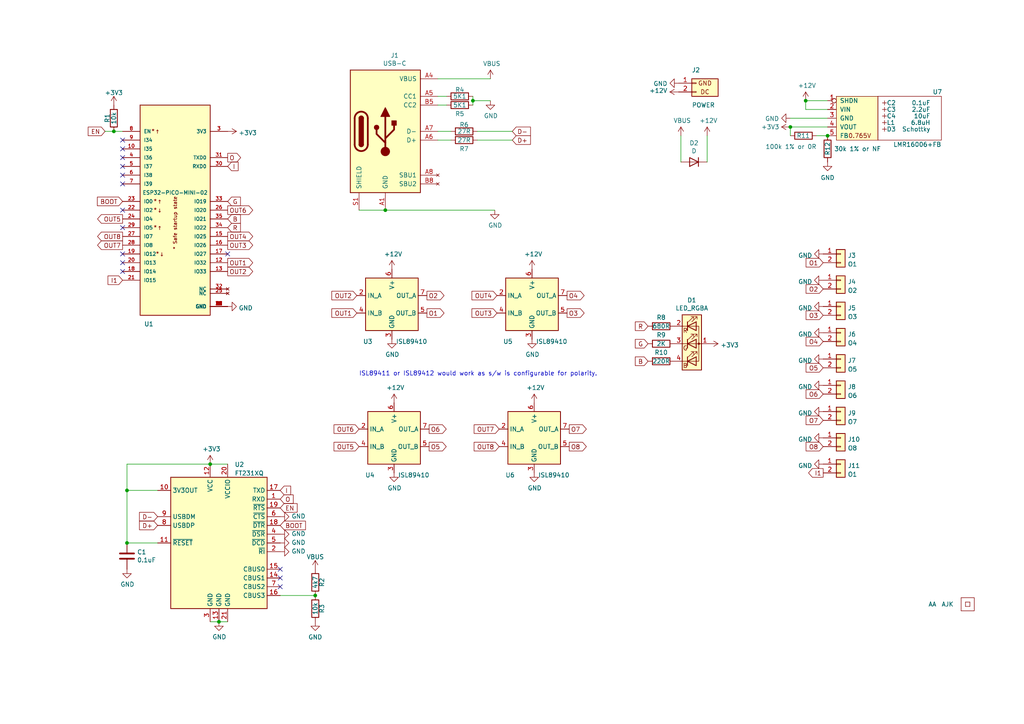
<source format=kicad_sch>
(kicad_sch (version 20211123) (generator eeschema)
  (paper "A4")
  (title_block (title "bell box control") (date "${DATE}") (rev "2") (company "Adrian Kennard Andrews & Arnold Ltd") (comment 1 "@TheRealRevK") (comment 2 "www.me.uk"))
  (lib_symbols
    (symbol "Connector_Generic:Conn_01x02" (pin_names (offset 1.016) hide)
      (property "Reference" "J" (at 0 2.54 0))
      (property "Value" "Conn_01x02" (at 0 -5.08 0))
      (symbol "Conn_01x02_1_1"
        (rectangle (start -1.27 -2.413) (end 0 -2.667) (stroke (width 0.1524)))
        (rectangle (start -1.27 0.127) (end 0 -0.127) (stroke (width 0.1524)))
        (rectangle (start -1.27 1.27) (end 1.27 -3.81) (stroke (width 0.254)) (fill (type background)))
        (pin passive line (at -5.08 0 0) (length 3.81) (name "Pin_1") (number "1"))
        (pin passive line (at -5.08 -2.54 0) (length 3.81) (name "Pin_2") (number "2"))
      )
    )
    (symbol "Device:C" (pin_numbers hide) (pin_names (offset 0.254))
      (property "Reference" "C" (at 0.635 2.54 0))
      (property "Value" "C" (at 0.635 -2.54 0))
      (symbol "C_0_1"
        (polyline (pts (xy -2.032 -0.762) (xy 2.032 -0.762)) (stroke (width 0.508)))
        (polyline (pts (xy -2.032 0.762) (xy 2.032 0.762)) (stroke (width 0.508)))
      )
      (symbol "C_1_1"
        (pin passive line (at 0 3.81 270) (length 2.794) (name "~") (number "1"))
        (pin passive line (at 0 -3.81 90) (length 2.794) (name "~") (number "2"))
      )
    )
    (symbol "Device:D" (pin_numbers hide) (pin_names (offset 1.016) hide)
      (property "Reference" "D" (at 0 2.54 0))
      (property "Value" "D" (at 0 -2.54 0))
      (symbol "D_0_1"
        (polyline (pts (xy -1.27 1.27) (xy -1.27 -1.27)) (stroke (width 0.254)))
        (polyline (pts (xy 1.27 0) (xy -1.27 0)))
        (polyline (pts (xy 1.27 1.27) (xy 1.27 -1.27) (xy -1.27 0) (xy 1.27 1.27)) (stroke (width 0.254)))
      )
      (symbol "D_1_1"
        (pin passive line (at -3.81 0 0) (length 2.54) (name "K") (number "1"))
        (pin passive line (at 3.81 0 180) (length 2.54) (name "A") (number "2"))
      )
    )
    (symbol "Device:LED_ARGB" (pin_names (offset 0) hide)
      (property "Reference" "D" (at 0 9.398 0))
      (property "Value" "LED_ARGB" (at 0 -8.89 0))
      (symbol "LED_ARGB_0_0"
        (text "B" (at -1.905 -6.35 0) (effects (font (size 1.27 1.27))))
        (text "G" (at -1.905 -1.27 0) (effects (font (size 1.27 1.27))))
        (text "R" (at -1.905 3.81 0) (effects (font (size 1.27 1.27))))
      )
      (symbol "LED_ARGB_0_1"
        (polyline (pts (xy -1.27 -5.08) (xy -2.54 -5.08)))
        (polyline (pts (xy -1.27 -5.08) (xy 1.27 -5.08)))
        (polyline (pts (xy -1.27 -3.81) (xy -1.27 -6.35)) (stroke (width 0.254)))
        (polyline (pts (xy -1.27 0) (xy -2.54 0)))
        (polyline (pts (xy -1.27 1.27) (xy -1.27 -1.27)) (stroke (width 0.254)))
        (polyline (pts (xy -1.27 5.08) (xy -2.54 5.08)))
        (polyline (pts (xy -1.27 5.08) (xy 1.27 5.08)))
        (polyline (pts (xy -1.27 6.35) (xy -1.27 3.81)) (stroke (width 0.254)))
        (polyline (pts (xy 1.27 0) (xy -1.27 0)))
        (polyline (pts (xy 1.27 0) (xy 2.54 0)))
        (polyline (pts (xy -1.27 1.27) (xy -1.27 -1.27) (xy -1.27 -1.27)))
        (polyline (pts (xy -1.27 6.35) (xy -1.27 3.81) (xy -1.27 3.81)))
        (polyline (pts (xy 1.27 -5.08) (xy 2.032 -5.08) (xy 2.032 5.08) (xy 1.27 5.08)))
        (polyline (pts (xy 1.27 -3.81) (xy 1.27 -6.35) (xy -1.27 -5.08) (xy 1.27 -3.81)) (stroke (width 0.254)))
        (polyline (pts (xy 1.27 1.27) (xy 1.27 -1.27) (xy -1.27 0) (xy 1.27 1.27)) (stroke (width 0.254)))
        (polyline (pts (xy 1.27 6.35) (xy 1.27 3.81) (xy -1.27 5.08) (xy 1.27 6.35)) (stroke (width 0.254)))
        (polyline (pts (xy -1.016 -3.81) (xy 0.508 -2.286) (xy -0.254 -2.286) (xy 0.508 -2.286) (xy 0.508 -3.048)))
        (polyline (pts (xy -1.016 1.27) (xy 0.508 2.794) (xy -0.254 2.794) (xy 0.508 2.794) (xy 0.508 2.032)))
        (polyline (pts (xy -1.016 6.35) (xy 0.508 7.874) (xy -0.254 7.874) (xy 0.508 7.874) (xy 0.508 7.112)))
        (polyline (pts (xy 0 -3.81) (xy 1.524 -2.286) (xy 0.762 -2.286) (xy 1.524 -2.286) (xy 1.524 -3.048)))
        (polyline (pts (xy 0 1.27) (xy 1.524 2.794) (xy 0.762 2.794) (xy 1.524 2.794) (xy 1.524 2.032)))
        (polyline (pts (xy 0 6.35) (xy 1.524 7.874) (xy 0.762 7.874) (xy 1.524 7.874) (xy 1.524 7.112)))
        (rectangle (start 1.27 -1.27) (end 1.27 1.27))
        (rectangle (start 1.27 1.27) (end 1.27 1.27))
        (rectangle (start 1.27 3.81) (end 1.27 6.35))
        (rectangle (start 1.27 6.35) (end 1.27 6.35))
        (circle (center 2.032 0) (radius 0.254) (fill (type outline)))
        (rectangle (start 2.794 8.382) (end -2.794 -7.62) (stroke (width 0.254)) (fill (type background)))
      )
      (symbol "LED_ARGB_1_1"
        (pin passive line (at 5.08 0 180) (length 2.54) (name "A") (number "1"))
        (pin passive line (at -5.08 5.08 0) (length 2.54) (name "RK") (number "2"))
        (pin passive line (at -5.08 0 0) (length 2.54) (name "GK") (number "3"))
        (pin passive line (at -5.08 -5.08 0) (length 2.54) (name "BK") (number "4"))
      )
    )
    (symbol "Device:R" (pin_numbers hide) (pin_names (offset 0))
      (property "Reference" "R" (at 2.032 0 90))
      (property "Value" "R" (at 0 0 90))
      (symbol "R_0_1"
        (rectangle (start -1.016 -2.54) (end 1.016 2.54) (stroke (width 0.254)))
      )
      (symbol "R_1_1"
        (pin passive line (at 0 3.81 270) (length 1.27) (name "~") (number "1"))
        (pin passive line (at 0 -3.81 90) (length 1.27) (name "~") (number "2"))
      )
    )
    (symbol "Driver_FET:EL7202CN"
      (property "Reference" "U" (at -7.62 8.89 0))
      (property "Value" "EL7202CN" (at 1.27 8.89 0))
      (symbol "EL7202CN_0_1"
        (rectangle (start -7.62 -7.62) (end 7.62 7.62) (stroke (width 0.254)) (fill (type background)))
      )
      (symbol "EL7202CN_1_1"
        (pin no_connect line (at -7.62 0 0) (length 2.54) hide (name "NC") (number "1"))
        (pin input line (at -10.16 2.54 0) (length 2.54) (name "IN_A") (number "2"))
        (pin power_in line (at 0 -10.16 90) (length 2.54) (name "GND") (number "3"))
        (pin input line (at -10.16 -2.54 0) (length 2.54) (name "IN_B") (number "4"))
        (pin output line (at 10.16 -2.54 180) (length 2.54) (name "OUT_B") (number "5"))
        (pin power_in line (at 0 10.16 270) (length 2.54) (name "V+") (number "6"))
        (pin output line (at 10.16 2.54 180) (length 2.54) (name "OUT_A") (number "7"))
        (pin no_connect line (at 7.62 0 180) (length 2.54) hide (name "NC") (number "8"))
      )
    )
    (symbol "RevK:AA" (pin_names (offset 1.016)) (in_bom no)
      (property "Value" "AA" (at 0 0 0))
    )
    (symbol "RevK:AJK" (pin_names (offset 1.016)) (in_bom no)
      (property "Value" "AJK" (at 0 0 0))
    )
    (symbol "RevK:ESP32-PICO-MINI-02" (pin_names (offset 1.016))
      (property "Reference" "U" (at -10.16 -33.02 0))
      (property "Value" "ESP32-PICO-MINI-02" (at 0 27.94 0))
      (symbol "ESP32-PICO-MINI-02_0_0"
        (rectangle (start -10.16 -30.48) (end 10.16 30.48) (stroke (width 0.254)) (fill (type background)))
        (text "* Safe startup state" (at 0 -11.43 900) (effects (font (size 1 1)) (justify left)))
        (text "*↑" (at -6.985 22.86 0) (effects (font (size 1.27 1.27)) (justify left)))
        (text "*↑" (at -6.35 -5.08 0) (effects (font (size 1.27 1.27)) (justify left)))
        (text "*↑" (at -6.35 2.54 0) (effects (font (size 1.27 1.27)) (justify left)))
        (text "*↓" (at -6.35 0 0) (effects (font (size 1.27 1.27)) (justify left)))
        (text "*↓" (at -5.715 -12.7 0) (effects (font (size 1.27 1.27)) (justify left)))
        (pin power_in line (at 15.24 -27.94 180) (length 5.08) (name "GND") (number "1"))
        (pin input line (at -15.24 17.78 0) (length 5.08) (name "I35") (number "10"))
        (pin power_in line (at 15.24 -27.94 180) (length 5.08) (name "GND") (number "11"))
        (pin bidirectional line (at 15.24 -15.24 180) (length 5.08) (name "IO32") (number "12"))
        (pin bidirectional line (at 15.24 -17.78 180) (length 5.08) (name "IO33") (number "13"))
        (pin power_in line (at 15.24 -27.94 180) (length 5.08) (name "GND") (number "14"))
        (pin bidirectional line (at 15.24 -7.62 180) (length 5.08) (name "IO25") (number "15"))
        (pin bidirectional line (at 15.24 -10.16 180) (length 5.08) (name "IO26") (number "16"))
        (pin bidirectional line (at 15.24 -12.7 180) (length 5.08) (name "IO27") (number "17"))
        (pin bidirectional line (at -15.24 -17.78 0) (length 5.08) (name "IO14") (number "18"))
        (pin bidirectional line (at -15.24 -12.7 0) (length 5.08) (name "IO12") (number "19"))
        (pin power_in line (at 15.24 -27.94 180) (length 5.08) (name "GND") (number "2"))
        (pin bidirectional line (at -15.24 -15.24 0) (length 5.08) (name "IO13") (number "20"))
        (pin bidirectional line (at -15.24 -20.32 0) (length 5.08) (name "IO15") (number "21"))
        (pin bidirectional line (at -15.24 0 0) (length 5.08) (name "IO2") (number "22"))
        (pin bidirectional line (at -15.24 2.54 0) (length 5.08) (name "IO0") (number "23"))
        (pin bidirectional line (at -15.24 -2.54 0) (length 5.08) (name "IO4") (number "24"))
        (pin no_connect line (at 15.24 -24.13 180) (length 5.08) (name "NC") (number "25"))
        (pin bidirectional line (at 15.24 0 180) (length 5.08) (name "IO20") (number "26"))
        (pin bidirectional line (at -15.24 -7.62 0) (length 5.08) (name "IO7") (number "27"))
        (pin bidirectional line (at -15.24 -10.16 0) (length 5.08) (name "IO8") (number "28"))
        (pin bidirectional line (at -15.24 -5.08 0) (length 5.08) (name "IO5") (number "29"))
        (pin power_in line (at 15.24 22.86 180) (length 5.08) (name "3V3") (number "3"))
        (pin bidirectional line (at 15.24 12.7 180) (length 5.08) (name "RXD0") (number "30"))
        (pin bidirectional line (at 15.24 15.24 180) (length 5.08) (name "TXD0") (number "31"))
        (pin no_connect line (at 15.24 -22.86 180) (length 5.08) (name "NC") (number "32"))
        (pin bidirectional line (at 15.24 2.54 180) (length 5.08) (name "IO19") (number "33"))
        (pin bidirectional line (at 15.24 -5.08 180) (length 5.08) (name "IO22") (number "34"))
        (pin bidirectional line (at 15.24 -2.54 180) (length 5.08) (name "IO21") (number "35"))
        (pin power_in line (at 15.24 -27.94 180) (length 5.08) (name "GND") (number "36"))
        (pin power_in line (at 15.24 -27.94 180) (length 5.08) (name "GND") (number "37"))
        (pin power_in line (at 15.24 -27.94 180) (length 5.08) (name "GND") (number "38"))
        (pin power_in line (at 15.24 -27.94 180) (length 5.08) (name "GND") (number "39"))
        (pin input line (at -15.24 15.24 0) (length 5.08) (name "I36") (number "4"))
        (pin power_in line (at 15.24 -27.94 180) (length 5.08) (name "GND") (number "40"))
        (pin power_in line (at 15.24 -27.94 180) (length 5.08) (name "GND") (number "41"))
        (pin power_in line (at 15.24 -27.94 180) (length 5.08) (name "GND") (number "42"))
        (pin power_in line (at 15.24 -27.94 180) (length 5.08) (name "GND") (number "43"))
        (pin power_in line (at 15.24 -27.94 180) (length 5.08) (name "GND") (number "44"))
        (pin power_in line (at 15.24 -27.94 180) (length 5.08) (name "GND") (number "45"))
        (pin power_in line (at 15.24 -27.94 180) (length 5.08) (name "GND") (number "46"))
        (pin power_in line (at 15.24 -27.94 180) (length 5.08) (name "GND") (number "47"))
        (pin power_in line (at 15.24 -27.94 180) (length 5.08) (name "GND") (number "48"))
        (pin power_in line (at 15.24 -27.94 180) (length 5.08) (name "GND") (number "49"))
        (pin input line (at -15.24 12.7 0) (length 5.08) (name "I37") (number "5"))
        (pin power_in line (at 15.24 -27.94 180) (length 5.08) (name "GND") (number "50"))
        (pin power_in line (at 15.24 -27.94 180) (length 5.08) (name "GND") (number "51"))
        (pin power_in line (at 15.24 -27.94 180) (length 5.08) (name "GND") (number "52"))
        (pin power_in line (at 15.24 -27.94 180) (length 5.08) (name "GND") (number "53"))
        (pin input line (at -15.24 10.16 0) (length 5.08) (name "I38") (number "6"))
        (pin input line (at -15.24 7.62 0) (length 5.08) (name "I39") (number "7"))
        (pin input line (at -15.24 22.86 0) (length 5.08) (name "EN") (number "8"))
        (pin input line (at -15.24 20.32 0) (length 5.08) (name "I34") (number "9"))
      )
    )
    (symbol "RevK:FT231XQ"
      (property "Reference" "U" (at -13.97 20.32 0))
      (property "Value" "FT231XQ" (at 6.35 20.32 0))
      (symbol "FT231XQ_0_1"
        (rectangle (start -13.97 19.05) (end 13.97 -19.05) (stroke (width 0.254)) (fill (type background)))
      )
      (symbol "FT231XQ_1_1"
        (pin input line (at 17.78 12.7 180) (length 3.81) (name "RXD") (number "1"))
        (pin passive line (at -17.78 15.24 0) (length 3.81) (name "3V3OUT") (number "10"))
        (pin input line (at -17.78 0 0) (length 3.81) (name "~{RESET}") (number "11"))
        (pin power_in line (at -2.54 22.86 270) (length 3.81) (name "VCC") (number "12"))
        (pin power_in line (at 0 -22.86 90) (length 3.81) (name "GND") (number "13"))
        (pin bidirectional line (at 17.78 -10.16 180) (length 3.81) (name "CBUS1") (number "14"))
        (pin bidirectional line (at 17.78 -7.62 180) (length 3.81) (name "CBUS0") (number "15"))
        (pin bidirectional line (at 17.78 -15.24 180) (length 3.81) (name "CBUS3") (number "16"))
        (pin output line (at 17.78 15.24 180) (length 3.81) (name "TXD") (number "17"))
        (pin output line (at 17.78 5.08 180) (length 3.81) (name "~{DTR}") (number "18"))
        (pin output line (at 17.78 10.16 180) (length 3.81) (name "~{RTS}") (number "19"))
        (pin input line (at 17.78 -2.54 180) (length 3.81) (name "~{RI}") (number "2"))
        (pin power_in line (at 2.54 22.86 270) (length 3.81) (name "VCCIO") (number "20"))
        (pin power_in line (at 2.54 -22.86 90) (length 3.81) (name "GND") (number "21"))
        (pin power_in line (at -2.54 -22.86 90) (length 3.81) (name "GND") (number "3"))
        (pin input line (at 17.78 2.54 180) (length 3.81) (name "~{DSR}") (number "4"))
        (pin input line (at 17.78 0 180) (length 3.81) (name "~{DCD}") (number "5"))
        (pin input line (at 17.78 7.62 180) (length 3.81) (name "~{CTS}") (number "6"))
        (pin bidirectional line (at 17.78 -12.7 180) (length 3.81) (name "CBUS2") (number "7"))
        (pin bidirectional line (at -17.78 5.08 0) (length 3.81) (name "USBDP") (number "8"))
        (pin bidirectional line (at -17.78 7.62 0) (length 3.81) (name "USBDM") (number "9"))
      )
    )
    (symbol "RevK:Hidden" (pin_names (offset 1.016))
      (property "Reference" "Z" (at 0.635 0 0))
      (property "Value" "Hidden" (at 4.445 0 0))
      (symbol "Hidden_0_1"
        (polyline (pts (xy -0.635 0) (xy 0.635 0)) (stroke (width 0.1524)))
        (polyline (pts (xy 0 0.635) (xy 0 -0.635)) (stroke (width 0.1524)))
      )
      (symbol "Hidden_1_1"
        (pin no_connect non_logic (at 0 -2.54 90) (length 2.54) hide (name "~") (number "~"))
      )
    )
    (symbol "RevK:LMR16006+FB" (pin_names (offset 1.016))
      (property "Reference" "U" (at 11.43 2.54 0))
      (property "Value" "LMR16006+FB" (at 7.62 -12.7 0))
      (symbol "LMR16006+FB_0_0"
        (rectangle (start 2.54 1.27) (end 14.605 -11.43) (fill (type background)))
        (text "0.765V" (at 12.7 -10.16 0) (effects (font (size 1.27 1.27)) (justify right)))
      )
      (symbol "LMR16006+FB_0_1"
        (rectangle (start 14.605 1.27) (end 33.02 -11.43))
      )
      (symbol "LMR16006+FB_1_1"
        (pin input inverted (at 0 0 0) (length 2.54) (name "SHDN") (number "1"))
        (pin power_in line (at 0 -2.54 0) (length 2.54) (name "VIN") (number "2"))
        (pin power_in line (at 0 -5.08 0) (length 2.54) (name "GND") (number "3"))
        (pin power_out line (at 0 -7.62 0) (length 2.54) (name "VOUT") (number "4"))
        (pin passive line (at 0 -10.16 0) (length 2.54) (name "FB") (number "5"))
      )
    )
    (symbol "RevK:PowerIn" (pin_names (offset 1.016) hide)
      (property "Reference" "J" (at 0 2.54 0))
      (property "Value" "PowerIn" (at 2.54 -5.08 0))
      (symbol "PowerIn_0_0"
        (text "DC" (at 2.54 -2.54 0) (effects (font (size 1.27 1.27))))
        (text "GND" (at 2.54 0 0) (effects (font (size 1.27 1.27))))
      )
      (symbol "PowerIn_1_1"
        (rectangle (start -1.27 -2.413) (end 0 -2.667) (stroke (width 0.1524)))
        (rectangle (start -1.27 0.127) (end 0 -0.127) (stroke (width 0.1524)))
        (rectangle (start -1.27 1.27) (end 6.35 -3.81) (stroke (width 0.254)) (fill (type background)))
        (pin power_in line (at -5.08 0 0) (length 3.81) (name "GND") (number "1"))
        (pin power_out line (at -5.08 -2.54 0) (length 3.81) (name "DC") (number "2"))
      )
    )
    (symbol "RevK:QR" (pin_names (offset 1.016)) (in_bom no)
      (symbol "QR_0_1"
        (rectangle (start -1.905 -1.905) (end -1.905 1.905))
        (rectangle (start -1.905 1.905) (end 1.905 1.905))
        (rectangle (start -0.635 -0.635) (end -0.635 0.635))
        (rectangle (start -0.635 0.635) (end 0.635 0.635))
        (rectangle (start 0.635 -0.635) (end -0.635 -0.635))
        (rectangle (start 0.635 0.635) (end 0.635 -0.635))
        (rectangle (start 1.905 -1.905) (end -1.905 -1.905))
        (rectangle (start 1.905 1.905) (end 1.905 -1.905))
      )
    )
    (symbol "RevK:USB-C" (pin_names (offset 1.016))
      (property "Reference" "J" (at -10.16 19.05 0))
      (property "Value" "USB-C" (at -7.62 15.24 0))
      (symbol "USB-C_0_1"
        (rectangle (start -10.16 17.78) (end 10.16 -17.78) (stroke (width 0.254)) (fill (type background)))
        (arc (start -8.89 -3.81) (mid -6.985 -5.715) (end -5.08 -3.81) (stroke (width 0.508)))
        (arc (start -7.62 -3.81) (mid -6.985 -4.445) (end -6.35 -3.81) (stroke (width 0.254)))
        (arc (start -7.62 -3.81) (mid -6.985 -4.445) (end -6.35 -3.81) (stroke (width 0.254)) (fill (type outline)))
        (rectangle (start -7.62 -3.81) (end -6.35 3.81) (stroke (width 0.254)) (fill (type outline)))
        (arc (start -6.35 3.81) (mid -6.985 4.445) (end -7.62 3.81) (stroke (width 0.254)))
        (arc (start -6.35 3.81) (mid -6.985 4.445) (end -7.62 3.81) (stroke (width 0.254)) (fill (type outline)))
        (arc (start -5.08 3.81) (mid -6.985 5.715) (end -8.89 3.81) (stroke (width 0.508)))
        (circle (center -2.54 1.143) (radius 0.635) (stroke (width 0.254)) (fill (type outline)))
        (circle (center 0 -5.842) (radius 1.27) (fill (type outline)))
        (polyline (pts (xy -8.89 -3.81) (xy -8.89 3.81)) (stroke (width 0.508)))
        (polyline (pts (xy -5.08 3.81) (xy -5.08 -3.81)) (stroke (width 0.508)))
        (polyline (pts (xy 0 -5.842) (xy 0 4.318)) (stroke (width 0.508)))
        (polyline (pts (xy 0 -3.302) (xy -2.54 -0.762) (xy -2.54 0.508)) (stroke (width 0.508)))
        (polyline (pts (xy 0 -2.032) (xy 2.54 0.508) (xy 2.54 1.778)) (stroke (width 0.508)))
        (polyline (pts (xy -1.27 4.318) (xy 0 6.858) (xy 1.27 4.318) (xy -1.27 4.318)) (stroke (width 0.254)) (fill (type outline)))
        (rectangle (start 1.905 1.778) (end 3.175 3.048) (stroke (width 0.254)) (fill (type outline)))
      )
      (symbol "USB-C_1_1"
        (pin power_out line (at 0 -22.86 90) (length 5.08) (name "GND") (number "A1"))
        (pin passive line (at 0 -22.86 90) (length 5.08) hide (name "GND") (number "A12"))
        (pin power_out line (at 15.24 15.24 180) (length 5.08) (name "VBUS") (number "A4"))
        (pin bidirectional line (at 15.24 10.16 180) (length 5.08) (name "CC1") (number "A5"))
        (pin bidirectional line (at 15.24 -2.54 180) (length 5.08) (name "D+") (number "A6"))
        (pin bidirectional line (at 15.24 0 180) (length 5.08) (name "D-") (number "A7"))
        (pin no_connect line (at 15.24 -12.7 180) (length 5.08) (name "SBU1") (number "A8"))
        (pin passive line (at 15.24 15.24 180) (length 5.08) hide (name "VBUS") (number "A9"))
        (pin passive line (at 0 -22.86 90) (length 5.08) hide (name "GND") (number "B1"))
        (pin passive line (at 0 -22.86 90) (length 5.08) hide (name "GND") (number "B12"))
        (pin passive line (at 15.24 15.24 180) (length 5.08) hide (name "VBUS") (number "B4"))
        (pin bidirectional line (at 15.24 7.62 180) (length 5.08) (name "CC2") (number "B5"))
        (pin bidirectional line (at 15.24 -2.54 180) (length 5.08) hide (name "D+") (number "B6"))
        (pin bidirectional line (at 15.24 0 180) (length 5.08) hide (name "D-") (number "B7"))
        (pin no_connect line (at 15.24 -15.24 180) (length 5.08) (name "SBU2") (number "B8"))
        (pin passive line (at 15.24 15.24 180) (length 5.08) hide (name "VBUS") (number "B9"))
        (pin passive line (at -7.62 -22.86 90) (length 5.08) (name "SHIELD") (number "S1"))
      )
    )
    (symbol "power:+12V" (power) (pin_names (offset 0))
      (property "Value" "+12V" (at 0 3.556 0))
      (symbol "+12V_0_1"
        (polyline (pts (xy -0.762 1.27) (xy 0 2.54)))
        (polyline (pts (xy 0 0) (xy 0 2.54)))
        (polyline (pts (xy 0 2.54) (xy 0.762 1.27)))
      )
      (symbol "+12V_1_1"
        (pin power_in line (at 0 0 90) (length 0) hide (name "+12V") (number "1"))
      )
    )
    (symbol "power:+3.3V" (power) (pin_names (offset 0))
      (property "Value" "+3.3V" (at 0 3.556 0))
      (symbol "+3.3V_0_1"
        (polyline (pts (xy -0.762 1.27) (xy 0 2.54)))
        (polyline (pts (xy 0 0) (xy 0 2.54)))
        (polyline (pts (xy 0 2.54) (xy 0.762 1.27)))
      )
      (symbol "+3.3V_1_1"
        (pin power_in line (at 0 0 90) (length 0) hide (name "+3V3") (number "1"))
      )
    )
    (symbol "power:GND" (power) (pin_names (offset 0))
      (property "Value" "GND" (at 0 -3.81 0))
      (symbol "GND_0_1"
        (polyline (pts (xy 0 0) (xy 0 -1.27) (xy 1.27 -1.27) (xy 0 -2.54) (xy -1.27 -1.27) (xy 0 -1.27)))
      )
      (symbol "GND_1_1"
        (pin power_in line (at 0 0 270) (length 0) hide (name "GND") (number "1"))
      )
    )
    (symbol "power:VBUS" (power) (pin_names (offset 0))
      (property "Value" "VBUS" (at 0 3.81 0))
      (symbol "VBUS_0_1"
        (polyline (pts (xy -0.762 1.27) (xy 0 2.54)))
        (polyline (pts (xy 0 0) (xy 0 2.54)))
        (polyline (pts (xy 0 2.54) (xy 0.762 1.27)))
      )
      (symbol "VBUS_1_1"
        (pin power_in line (at 0 0 90) (length 0) hide (name "VBUS") (number "1"))
      )
    )
  )
  (junction (at 111.76 60.96))
  (junction (at 240.03 39.37))
  (junction (at 36.83 157.48))
  (junction (at 36.83 142.24))
  (junction (at 63.5 180.34))
  (junction (at 60.96 134.62))
  (junction (at 233.68 29.21))
  (junction (at 91.44 172.72))
  (junction (at 229.235 36.83))
  (junction (at 33.02 38.1))
  (junction (at 137.16 29.21))
  (no_connect (at 81.28 165.1))
  (no_connect (at 81.28 170.18))
  (no_connect (at 35.56 66.04))
  (no_connect (at 35.56 60.96))
  (no_connect (at 35.56 73.66))
  (no_connect (at 35.56 53.34))
  (no_connect (at 35.56 48.26))
  (no_connect (at 35.56 45.72))
  (no_connect (at 35.56 50.8))
  (no_connect (at 35.56 40.64))
  (no_connect (at 35.56 43.18))
  (no_connect (at 81.28 167.64))
  (no_connect (at 66.04 73.66))
  (no_connect (at 35.56 76.2))
  (no_connect (at 35.56 78.74))
  (wire (pts (xy 127 30.48) (xy 129.54 30.48)))
  (wire (pts (xy 233.68 29.21) (xy 233.68 31.75)))
  (wire (pts (xy 229.235 34.29) (xy 240.03 34.29)))
  (wire (pts (xy 81.28 172.72) (xy 91.44 172.72)))
  (wire (pts (xy 137.16 29.21) (xy 137.16 30.48)))
  (wire (pts (xy 33.02 38.1) (xy 35.56 38.1)))
  (wire (pts (xy 205.105 46.99) (xy 205.105 39.37)))
  (wire (pts (xy 45.72 157.48) (xy 36.83 157.48)))
  (wire (pts (xy 60.96 180.34) (xy 63.5 180.34)))
  (wire (pts (xy 137.16 27.94) (xy 137.16 29.21)))
  (wire (pts (xy 36.83 134.62) (xy 60.96 134.62)))
  (wire (pts (xy 30.48 38.1) (xy 33.02 38.1)))
  (wire (pts (xy 229.235 36.83) (xy 240.03 36.83)))
  (wire (pts (xy 233.68 31.75) (xy 240.03 31.75)))
  (wire (pts (xy 63.5 180.34) (xy 66.04 180.34)))
  (wire (pts (xy 229.235 36.83) (xy 229.235 39.37)))
  (wire (pts (xy 104.14 60.96) (xy 111.76 60.96)))
  (wire (pts (xy 36.83 142.24) (xy 45.72 142.24)))
  (wire (pts (xy 127 22.86) (xy 142.24 22.86)))
  (wire (pts (xy 36.83 157.48) (xy 36.83 142.24)))
  (wire (pts (xy 197.485 46.99) (xy 197.485 39.37)))
  (wire (pts (xy 138.43 40.64) (xy 148.59 40.64)))
  (wire (pts (xy 111.76 60.96) (xy 143.51 60.96)))
  (wire (pts (xy 127 40.64) (xy 130.81 40.64)))
  (wire (pts (xy 127 38.1) (xy 130.81 38.1)))
  (wire (pts (xy 142.24 29.21) (xy 137.16 29.21)))
  (wire (pts (xy 233.68 29.21) (xy 240.03 29.21)))
  (wire (pts (xy 36.83 142.24) (xy 36.83 134.62)))
  (wire (pts (xy 66.04 134.62) (xy 60.96 134.62)))
  (wire (pts (xy 138.43 38.1) (xy 148.59 38.1)))
  (wire (pts (xy 127 27.94) (xy 129.54 27.94)))
  (wire (pts (xy 236.855 39.37) (xy 240.03 39.37)))
  (text "ISL89411 or ISL89412 would work as s/w is configurable for polarity." (at 104.14 109.22 0) (effects (font (size 1.27 1.27)) (justify left bottom)))
  (global_label "OUT8" (shape output) (at 35.56 68.58 180) (property "Intersheet References" "${INTERSHEET_REFS}" (effects hide)))
  (global_label "OUT7" (shape input) (at 144.78 124.46 180) (property "Intersheet References" "${INTERSHEET_REFS}" (effects hide)))
  (global_label "O5" (shape input) (at 238.76 106.68 180) (property "Intersheet References" "${INTERSHEET_REFS}" (effects hide)))
  (global_label "O6" (shape input) (at 238.76 114.3 180) (property "Intersheet References" "${INTERSHEET_REFS}" (effects hide)))
  (global_label "OUT1" (shape input) (at 103.505 90.805 180) (property "Intersheet References" "${INTERSHEET_REFS}" (effects hide)))
  (global_label "R" (shape input) (at 66.04 66.04 0) (property "Intersheet References" "${INTERSHEET_REFS}" (effects hide)))
  (global_label "B" (shape input) (at 187.96 104.775 180) (property "Intersheet References" "${INTERSHEET_REFS}" (effects hide)))
  (global_label "I" (shape input) (at 66.04 48.26 0) (property "Intersheet References" "${INTERSHEET_REFS}" (effects hide)))
  (global_label "OUT5" (shape input) (at 104.14 129.54 180) (property "Intersheet References" "${INTERSHEET_REFS}" (effects hide)))
  (global_label "EN" (shape input) (at 30.48 38.1 180) (property "Intersheet References" "${INTERSHEET_REFS}" (effects hide)))
  (global_label "O5" (shape output) (at 124.46 129.54 0) (property "Intersheet References" "${INTERSHEET_REFS}" (effects hide)))
  (global_label "O6" (shape output) (at 124.46 124.46 0) (property "Intersheet References" "${INTERSHEET_REFS}" (effects hide)))
  (global_label "B" (shape input) (at 66.04 63.5 0) (property "Intersheet References" "${INTERSHEET_REFS}" (effects hide)))
  (global_label "EN" (shape input) (at 81.28 147.32 0) (property "Intersheet References" "${INTERSHEET_REFS}" (effects hide)))
  (global_label "G" (shape input) (at 187.96 99.695 180) (property "Intersheet References" "${INTERSHEET_REFS}" (effects hide)))
  (global_label "OUT3" (shape output) (at 66.04 71.12 0) (property "Intersheet References" "${INTERSHEET_REFS}" (effects hide)))
  (global_label "OUT8" (shape input) (at 144.78 129.54 180) (property "Intersheet References" "${INTERSHEET_REFS}" (effects hide)))
  (global_label "OUT3" (shape input) (at 144.145 90.805 180) (property "Intersheet References" "${INTERSHEET_REFS}" (effects hide)))
  (global_label "OUT2" (shape input) (at 103.505 85.725 180) (property "Intersheet References" "${INTERSHEET_REFS}" (effects hide)))
  (global_label "O7" (shape output) (at 165.1 124.46 0) (property "Intersheet References" "${INTERSHEET_REFS}" (effects hide)))
  (global_label "O3" (shape output) (at 164.465 90.805 0) (property "Intersheet References" "${INTERSHEET_REFS}" (effects hide)))
  (global_label "D-" (shape input) (at 45.72 149.86 180) (property "Intersheet References" "${INTERSHEET_REFS}" (effects hide)))
  (global_label "I1" (shape output) (at 238.76 137.16 180) (property "Intersheet References" "${INTERSHEET_REFS}" (effects hide)))
  (global_label "O7" (shape input) (at 238.76 121.92 180) (property "Intersheet References" "${INTERSHEET_REFS}" (effects hide)))
  (global_label "D+" (shape input) (at 45.72 152.4 180) (property "Intersheet References" "${INTERSHEET_REFS}" (effects hide)))
  (global_label "O" (shape output) (at 66.04 45.72 0) (property "Intersheet References" "${INTERSHEET_REFS}" (effects hide)))
  (global_label "I1" (shape input) (at 35.56 81.28 180) (property "Intersheet References" "${INTERSHEET_REFS}" (effects hide)))
  (global_label "D+" (shape input) (at 148.59 40.64 0) (property "Intersheet References" "${INTERSHEET_REFS}" (effects hide)))
  (global_label "OUT6" (shape input) (at 104.14 124.46 180) (property "Intersheet References" "${INTERSHEET_REFS}" (effects hide)))
  (global_label "O8" (shape input) (at 238.76 129.54 180) (property "Intersheet References" "${INTERSHEET_REFS}" (effects hide)))
  (global_label "OUT2" (shape output) (at 66.04 78.74 0) (property "Intersheet References" "${INTERSHEET_REFS}" (effects hide)))
  (global_label "D-" (shape input) (at 148.59 38.1 0) (property "Intersheet References" "${INTERSHEET_REFS}" (effects hide)))
  (global_label "O1" (shape input) (at 238.76 76.2 180) (property "Intersheet References" "${INTERSHEET_REFS}" (effects hide)))
  (global_label "G" (shape input) (at 66.04 58.42 0) (property "Intersheet References" "${INTERSHEET_REFS}" (effects hide)))
  (global_label "OUT6" (shape output) (at 66.04 60.96 0) (property "Intersheet References" "${INTERSHEET_REFS}" (effects hide)))
  (global_label "OUT1" (shape output) (at 66.04 76.2 0) (property "Intersheet References" "${INTERSHEET_REFS}" (effects hide)))
  (global_label "O4" (shape input) (at 238.76 99.06 180) (property "Intersheet References" "${INTERSHEET_REFS}" (effects hide)))
  (global_label "BOOT" (shape input) (at 81.28 152.4 0) (property "Intersheet References" "${INTERSHEET_REFS}" (effects hide)))
  (global_label "OUT4" (shape output) (at 66.04 68.58 0) (property "Intersheet References" "${INTERSHEET_REFS}" (effects hide)))
  (global_label "O" (shape input) (at 81.28 144.78 0) (property "Intersheet References" "${INTERSHEET_REFS}" (effects hide)))
  (global_label "O3" (shape input) (at 238.76 91.44 180) (property "Intersheet References" "${INTERSHEET_REFS}" (effects hide)))
  (global_label "OUT4" (shape input) (at 144.145 85.725 180) (property "Intersheet References" "${INTERSHEET_REFS}" (effects hide)))
  (global_label "O4" (shape output) (at 164.465 85.725 0) (property "Intersheet References" "${INTERSHEET_REFS}" (effects hide)))
  (global_label "BOOT" (shape input) (at 35.56 58.42 180) (property "Intersheet References" "${INTERSHEET_REFS}" (effects hide)))
  (global_label "R" (shape input) (at 187.96 94.615 180) (property "Intersheet References" "${INTERSHEET_REFS}" (effects hide)))
  (global_label "O2" (shape input) (at 238.76 83.82 180) (property "Intersheet References" "${INTERSHEET_REFS}" (effects hide)))
  (global_label "O2" (shape output) (at 123.825 85.725 0) (property "Intersheet References" "${INTERSHEET_REFS}" (effects hide)))
  (global_label "O8" (shape output) (at 165.1 129.54 0) (property "Intersheet References" "${INTERSHEET_REFS}" (effects hide)))
  (global_label "OUT5" (shape output) (at 35.56 63.5 180) (property "Intersheet References" "${INTERSHEET_REFS}" (effects hide)))
  (global_label "I" (shape input) (at 81.28 142.24 0) (property "Intersheet References" "${INTERSHEET_REFS}" (effects hide)))
  (global_label "OUT7" (shape output) (at 35.56 71.12 180) (property "Intersheet References" "${INTERSHEET_REFS}" (effects hide)))
  (global_label "O1" (shape output) (at 123.825 90.805 0) (property "Intersheet References" "${INTERSHEET_REFS}" (effects hide)))
  (symbol (lib_id "RevK:USB-C") (at 111.76 38.1 0) (unit 1)
    (property "Reference" "J1" (at 114.4778 16.0782 0))
    (property "Value" "USB-C" (at 114.4778 18.3896 0))
    (property "Footprint" "RevK:USC16-TR-Round" (effects hide))
    (property "Datasheet" "https://www.usb.org/sites/default/files/documents/usb_type-c.zip" (effects hide))
  )
  (symbol (lib_id "Device:R") (at 133.35 27.94 90) (unit 1)
    (property "Reference" "R4" (at 133.35 26.035 90))
    (property "Value" "5K1" (at 133.35 27.94 90))
    (property "Footprint" "RevK:R_0603" (effects hide))
  )
  (symbol (lib_id "power:VBUS") (at 142.24 22.86 0) (unit 1)
    (property "Reference" "#PWR017" (effects hide))
    (property "Value" "VBUS" (at 142.621 18.4658 0))
  )
  (symbol (lib_id "power:GND") (at 142.24 29.21 0) (unit 1)
    (property "Reference" "#PWR018" (effects hide))
    (property "Value" "GND" (at 142.367 33.6042 0))
  )
  (symbol (lib_id "power:GND") (at 143.51 60.96 0) (unit 1)
    (property "Reference" "#PWR019" (effects hide))
    (property "Value" "GND" (at 143.637 65.3542 0))
  )
  (symbol (lib_id "Device:R") (at 133.35 30.48 270) (unit 1)
    (property "Reference" "R5" (at 133.35 33.02 90))
    (property "Value" "5K1" (at 133.35 30.48 90))
    (property "Footprint" "RevK:R_0603" (effects hide))
  )
  (symbol (lib_id "RevK:AJK") (at 266.7 175.26 0) (unit 1)
    (property "Reference" "AJK1" (effects hide))
    (property "Value" "AJK" (at 273.05 175.26 0) (effects (justify left)))
    (property "Footprint" "RevK:AJK" (effects hide))
    (property "Note" "Non part, PCB printed" (effects hide))
  )
  (symbol (lib_id "RevK:PowerIn") (at 201.93 24.13 0) (unit 1)
    (property "Reference" "J2" (at 200.66 20.32 0) (effects (justify left)))
    (property "Value" "POWER" (at 200.66 30.48 0) (effects (justify left)))
    (property "Footprint" "RevK:Molex_MiniSPOX_H2RA" (effects hide))
  )
  (symbol (lib_id "power:GND") (at 196.85 24.13 270) (unit 1)
    (property "Reference" "#PWR024" (effects hide))
    (property "Value" "GND" (at 193.5988 24.257 90) (effects (justify right)))
  )
  (symbol (lib_id "Device:R") (at 191.77 104.775 270) (unit 1)
    (property "Reference" "R10" (at 191.77 102.235 90))
    (property "Value" "220R" (at 191.77 104.775 90))
    (property "Footprint" "RevK:R_0603" (effects hide))
  )
  (symbol (lib_id "power:+3.3V") (at 205.74 99.695 270) (unit 1)
    (property "Reference" "#PWR028" (effects hide))
    (property "Value" "+3.3V" (at 208.9912 100.076 90) (effects (justify left)))
  )
  (symbol (lib_id "power:GND") (at 63.5 180.34 0) (unit 1)
    (property "Reference" "#PWR04" (effects hide))
    (property "Value" "GND" (at 63.627 184.7342 0))
  )
  (symbol (lib_id "power:+3.3V") (at 60.96 134.62 0) (unit 1)
    (property "Reference" "#PWR03" (effects hide))
    (property "Value" "+3.3V" (at 61.341 130.2258 0))
  )
  (symbol (lib_id "power:GND") (at 81.28 149.86 90) (unit 1)
    (property "Reference" "#PWR07" (effects hide))
    (property "Value" "GND" (at 84.5312 149.733 90) (effects (justify right)))
  )
  (symbol (lib_id "power:GND") (at 81.28 154.94 90) (unit 1)
    (property "Reference" "#PWR08" (effects hide))
    (property "Value" "GND" (at 84.5312 154.813 90) (effects (justify right)))
  )
  (symbol (lib_id "power:GND") (at 81.28 157.48 90) (unit 1)
    (property "Reference" "#PWR09" (effects hide))
    (property "Value" "GND" (at 84.5312 157.353 90) (effects (justify right)))
  )
  (symbol (lib_id "power:GND") (at 81.28 160.02 90) (unit 1)
    (property "Reference" "#PWR010" (effects hide))
    (property "Value" "GND" (at 84.5312 159.893 90) (effects (justify right)))
  )
  (symbol (lib_id "power:+12V") (at 196.85 26.67 90) (unit 1)
    (property "Reference" "#PWR025" (effects hide))
    (property "Value" "+12V" (at 193.5988 26.289 90) (effects (justify left)))
  )
  (symbol (lib_id "power:+12V") (at 205.105 39.37 0) (unit 1)
    (property "Reference" "#PWR027" (effects hide))
    (property "Value" "+12V" (at 205.486 34.9758 0))
  )
  (symbol (lib_id "Device:D") (at 201.295 46.99 180) (unit 1)
    (property "Reference" "D2" (at 201.295 41.4782 0))
    (property "Value" "D" (at 201.295 43.7896 0))
    (property "Footprint" "RevK:D_1206" (effects hide))
  )
  (symbol (lib_id "power:VBUS") (at 197.485 39.37 0) (unit 1)
    (property "Reference" "#PWR026" (effects hide))
    (property "Value" "VBUS" (at 197.866 34.9758 0))
  )
  (symbol (lib_id "Device:C") (at 36.83 161.29 0) (unit 1)
    (property "Reference" "C1" (at 39.751 160.1216 0) (effects (justify left)))
    (property "Value" "0.1uF" (at 39.751 162.433 0) (effects (justify left)))
    (property "Footprint" "RevK:C_0603" (effects hide))
  )
  (symbol (lib_id "power:GND") (at 36.83 165.1 0) (unit 1)
    (property "Reference" "#PWR02" (effects hide))
    (property "Value" "GND" (at 36.957 169.4942 0))
  )
  (symbol (lib_id "RevK:AA") (at 269.24 175.26 0) (unit 1)
    (property "Reference" "U8" (effects hide))
    (property "Value" "AA" (at 269.24 175.26 0) (effects (justify left)))
    (property "Footprint" "RevK:AA" (effects hide))
    (property "Note" "Non part, PCB printed" (effects hide))
  )
  (symbol (lib_id "power:GND") (at 113.665 98.425 0) (unit 1)
    (property "Reference" "#PWR014" (effects hide))
    (property "Value" "GND" (at 113.792 102.8192 0))
  )
  (symbol (lib_id "power:+12V") (at 113.665 78.105 0) (unit 1)
    (property "Reference" "#PWR013" (effects hide))
    (property "Value" "+12V" (at 114.046 73.7108 0))
  )
  (symbol (lib_id "RevK:QR") (at 280.67 175.26 0) (unit 1) (in_bom no)
    (property "Reference" "U9" (effects hide))
    (property "Value" "QR" (effects hide))
    (property "Footprint" "RevK:QR-SS" (effects hide))
    (property "Note" "Non part, PCB printed" (effects hide))
  )
  (symbol (lib_id "power:GND") (at 154.305 98.425 0) (unit 1)
    (property "Reference" "#PWR021" (effects hide))
    (property "Value" "GND" (at 154.432 102.8192 0))
  )
  (symbol (lib_id "power:+12V") (at 154.305 78.105 0) (unit 1)
    (property "Reference" "#PWR020" (effects hide))
    (property "Value" "+12V" (at 154.686 73.7108 0))
  )
  (symbol (lib_id "Driver_FET:EL7202CN") (at 113.665 88.265 0) (unit 1)
    (property "Reference" "U3" (at 106.68 99.06 0))
    (property "Value" "ISL89410" (at 119.38 99.06 0))
    (property "Footprint" "Package_SO:SO-8_3.9x4.9mm_P1.27mm" (effects hide))
    (property "Datasheet" "http://www.intersil.com/content/dam/Intersil/documents/el72/el7202-12-22.pdf" (effects hide))
  )
  (symbol (lib_id "Driver_FET:EL7202CN") (at 154.305 88.265 0) (unit 1)
    (property "Reference" "U5" (at 147.32 99.06 0))
    (property "Value" "ISL89410" (at 160.02 99.06 0))
    (property "Footprint" "Package_SO:SO-8_3.9x4.9mm_P1.27mm" (effects hide))
    (property "Datasheet" "http://www.intersil.com/content/dam/Intersil/documents/el72/el7202-12-22.pdf" (effects hide))
  )
  (symbol (lib_id "Device:LED_ARGB") (at 200.66 99.695 0) (unit 1)
    (property "Reference" "D1" (at 200.66 87.0712 0))
    (property "Value" "LED_RGBA" (at 200.66 89.3826 0))
    (property "Footprint" "RevK:LED-RGB-1.6x1.6" (effects hide))
  )
  (symbol (lib_id "Device:R") (at 191.77 99.695 270) (unit 1)
    (property "Reference" "R9" (at 191.77 97.155 90))
    (property "Value" "2K" (at 191.77 99.695 90))
    (property "Footprint" "RevK:R_0603" (effects hide))
  )
  (symbol (lib_id "Device:R") (at 191.77 94.615 270) (unit 1)
    (property "Reference" "R8" (at 191.77 92.075 90))
    (property "Value" "680R" (at 191.77 94.615 90))
    (property "Footprint" "RevK:R_0603" (effects hide))
  )
  (symbol (lib_id "RevK:Hidden") (at 256.54 29.845 0) (unit 1)
    (property "Reference" "C2" (at 257.175 29.845 0) (effects (justify left)))
    (property "Value" "0.1uF" (at 269.875 29.845 0) (effects (justify right)))
    (property "Footprint" "RevK:Hidden" (effects hide))
    (property "Note" "X7R or X5R 0603" (effects hide))
  )
  (symbol (lib_id "RevK:Hidden") (at 256.54 31.75 0) (unit 1)
    (property "Reference" "C3" (at 257.175 31.75 0) (effects (justify left)))
    (property "Value" "2.2uF" (at 269.875 31.75 0) (effects (justify right)))
    (property "Footprint" "RevK:Hidden" (effects hide))
    (property "Note" "0603 or 0805" (effects hide))
  )
  (symbol (lib_id "RevK:Hidden") (at 256.54 33.655 0) (unit 1)
    (property "Reference" "C4" (at 257.175 33.655 0) (effects (justify left)))
    (property "Value" "10uF" (at 269.875 33.655 0) (effects (justify right)))
    (property "Footprint" "RevK:Hidden" (effects hide))
    (property "Note" "0603 or 0805" (effects hide))
  )
  (symbol (lib_id "RevK:Hidden") (at 256.54 35.56 0) (unit 1)
    (property "Reference" "L1" (at 257.175 35.56 0) (effects (justify left)))
    (property "Value" "6.8uH" (at 269.875 35.56 0) (effects (justify right)))
    (property "Footprint" "RevK:Hidden" (effects hide))
    (property "Datasheet" "https://www.mouser.co.uk/datasheet/2/987/Laird_Performance_TYA4020_series__Rev_A_-1877538.pdf" (effects hide))
    (property "Manufacturer" "Laird" (effects hide))
    (property "Part No" "TYA4020" (effects hide))
  )
  (symbol (lib_id "RevK:Hidden") (at 256.54 37.465 0) (unit 1)
    (property "Reference" "D3" (at 257.175 37.465 0) (effects (justify left)))
    (property "Value" "Schottky" (at 269.875 37.465 0) (effects (justify right)))
    (property "Footprint" "RevK:Hidden" (effects hide))
    (property "Datasheet" "https://www.mouser.co.uk/datasheet/2/54/CD1206-B220_B2100-777245.pdf" (effects hide))
    (property "Manufacturer" "Bourns" (effects hide))
    (property "Part No" "CD1206-B2100" (effects hide))
  )
  (symbol (lib_id "power:GND") (at 240.03 46.99 0) (unit 1)
    (property "Reference" "#PWR041" (effects hide))
    (property "Value" "GND" (at 240.03 51.5525 0))
  )
  (symbol (lib_id "Connector_Generic:Conn_01x02") (at 243.84 111.76 0) (unit 1)
    (property "Reference" "J8" (at 245.872 112.1953 0) (effects (justify left)))
    (property "Value" "O6" (at 245.872 114.7322 0) (effects (justify left)))
    (property "Footprint" "RevK:Molex_MiniSPOX_H2RA" (effects hide))
  )
  (symbol (lib_id "power:+3.3V") (at 33.02 30.48 0) (unit 1)
    (property "Reference" "#PWR01" (effects hide))
    (property "Value" "+3.3V" (at 33.02 26.9042 0))
  )
  (symbol (lib_id "power:VBUS") (at 91.44 165.1 0) (unit 1)
    (property "Reference" "#PWR011" (effects hide))
    (property "Value" "VBUS" (at 91.44 161.5242 0))
  )
  (symbol (lib_id "Device:R") (at 33.02 34.29 180) (unit 1)
    (property "Reference" "R1" (at 31.115 34.29 90))
    (property "Value" "10k" (at 33.02 34.29 90))
    (property "Footprint" "RevK:R_0603" (effects hide))
  )
  (symbol (lib_id "power:GND") (at 154.94 137.16 0) (unit 1)
    (property "Reference" "#PWR023" (effects hide))
    (property "Value" "GND" (at 155.067 141.5542 0))
  )
  (symbol (lib_id "power:GND") (at 238.76 111.76 270) (unit 1)
    (property "Reference" "#PWR037" (effects hide))
    (property "Value" "GND" (at 235.5851 112.1938 90) (effects (justify right)))
  )
  (symbol (lib_id "Connector_Generic:Conn_01x02") (at 243.84 104.14 0) (unit 1)
    (property "Reference" "J7" (at 245.872 104.5753 0) (effects (justify left)))
    (property "Value" "O5" (at 245.872 107.1122 0) (effects (justify left)))
    (property "Footprint" "RevK:Molex_MiniSPOX_H2RA" (effects hide))
  )
  (symbol (lib_id "Connector_Generic:Conn_01x02") (at 243.84 81.28 0) (unit 1)
    (property "Reference" "J4" (at 245.872 81.7153 0) (effects (justify left)))
    (property "Value" "O2" (at 245.872 84.2522 0) (effects (justify left)))
    (property "Footprint" "RevK:Molex_MiniSPOX_H2RA" (effects hide))
  )
  (symbol (lib_id "power:GND") (at 66.04 88.9 90) (unit 1)
    (property "Reference" "#PWR06" (effects hide))
    (property "Value" "GND" (at 69.215 89.3338 90) (effects (justify right)))
  )
  (symbol (lib_id "power:GND") (at 238.76 96.52 270) (unit 1)
    (property "Reference" "#PWR035" (effects hide))
    (property "Value" "GND" (at 235.5851 96.9538 90) (effects (justify right)))
  )
  (symbol (lib_id "Device:R") (at 240.03 43.18 180) (unit 1)
    (property "Reference" "R12" (at 240.03 45.085 90) (effects (justify right)))
    (property "Value" "30k 1% or NF" (at 241.935 43.18 0) (effects (justify right)))
    (property "Footprint" "RevK:R_0603" (effects hide))
  )
  (symbol (lib_id "power:GND") (at 238.76 88.9 270) (unit 1)
    (property "Reference" "#PWR034" (effects hide))
    (property "Value" "GND" (at 235.5851 89.3338 90) (effects (justify right)))
  )
  (symbol (lib_id "Connector_Generic:Conn_01x02") (at 243.84 134.62 0) (unit 1)
    (property "Reference" "J11" (at 245.872 135.0553 0) (effects (justify left)))
    (property "Value" "O1" (at 245.872 137.5922 0) (effects (justify left)))
    (property "Footprint" "RevK:Molex_MiniSPOX_H2RA" (effects hide))
  )
  (symbol (lib_id "Device:R") (at 134.62 40.64 270) (unit 1)
    (property "Reference" "R7" (at 134.62 43.18 90))
    (property "Value" "27R" (at 134.62 40.64 90))
    (property "Footprint" "RevK:R_0603" (effects hide))
  )
  (symbol (lib_id "Device:R") (at 134.62 38.1 90) (unit 1)
    (property "Reference" "R6" (at 134.62 36.195 90))
    (property "Value" "27R" (at 134.62 38.1 90))
    (property "Footprint" "RevK:R_0603" (effects hide))
  )
  (symbol (lib_id "Device:R") (at 91.44 176.53 0) (unit 1)
    (property "Reference" "R3" (at 93.345 176.53 90))
    (property "Value" "10k" (at 91.44 176.53 90))
    (property "Footprint" "RevK:R_0603" (effects hide))
  )
  (symbol (lib_id "power:GND") (at 229.235 34.29 270) (unit 1)
    (property "Reference" "#PWR029" (effects hide))
    (property "Value" "GND" (at 225.9838 34.417 90) (effects (justify right)))
  )
  (symbol (lib_id "RevK:ESP32-PICO-MINI-02") (at 50.8 60.96 0) (unit 1)
    (property "Reference" "U1" (at 43.18 93.98 0))
    (property "Value" "ESP32-PICO-MINI-02" (at 50.8 55.88 0) (effects (font (size 1.1 1.1))))
    (property "Footprint" "RevK:ESP32-PICO-MINI-02" (effects hide))
    (property "MANUFACTURER" "Espressif" (effects hide))
    (property "MAXIMUM_PACKAGE_HEIGHT" "2.55mm" (effects hide))
    (property "PARTREV" "v1.0" (effects hide))
    (property "STANDARD" "Manufacturer Recommendations" (effects hide))
  )
  (symbol (lib_id "RevK:LMR16006+FB") (at 240.03 29.21 0) (unit 1)
    (property "Reference" "U7" (at 270.51 26.67 0) (effects (justify left)))
    (property "Value" "LMR16006+FB" (at 259.08 41.91 0) (effects (justify left)))
    (property "Footprint" "RevK:RegulatorBlockFB" (effects hide))
    (property "Manufacturer" "TI" (effects hide))
    (property "Part No" "LMR16006YQ3" (effects hide))
  )
  (symbol (lib_id "power:GND") (at 238.76 119.38 270) (unit 1)
    (property "Reference" "#PWR038" (effects hide))
    (property "Value" "GND" (at 235.5851 119.8138 90) (effects (justify right)))
  )
  (symbol (lib_id "RevK:FT231XQ") (at 63.5 157.48 0) (unit 1)
    (property "Reference" "U2" (at 68.0594 134.7302 0) (effects (justify left)))
    (property "Value" "FT231XQ" (at 68.0594 137.2671 0) (effects (justify left)))
    (property "Footprint" "RevK:QFN-20-1EP_4x4mm_P0.5mm_EP2.5x2.5mm" (effects hide))
    (property "Datasheet" "https://www.ftdichip.com/Support/Documents/DataSheets/ICs/DS_FT231X.pdf" (effects hide))
  )
  (symbol (lib_id "Connector_Generic:Conn_01x02") (at 243.84 127 0) (unit 1)
    (property "Reference" "J10" (at 245.872 127.4353 0) (effects (justify left)))
    (property "Value" "O8" (at 245.872 129.9722 0) (effects (justify left)))
    (property "Footprint" "RevK:Molex_MiniSPOX_H2RA" (effects hide))
  )
  (symbol (lib_id "power:GND") (at 91.44 180.34 0) (unit 1)
    (property "Reference" "#PWR012" (effects hide))
    (property "Value" "GND" (at 91.44 184.7834 0))
  )
  (symbol (lib_id "Connector_Generic:Conn_01x02") (at 243.84 119.38 0) (unit 1)
    (property "Reference" "J9" (at 245.872 119.8153 0) (effects (justify left)))
    (property "Value" "O7" (at 245.872 122.3522 0) (effects (justify left)))
    (property "Footprint" "RevK:Molex_MiniSPOX_H2RA" (effects hide))
  )
  (symbol (lib_id "Driver_FET:EL7202CN") (at 154.94 127 0) (unit 1)
    (property "Reference" "U6" (at 147.955 137.795 0))
    (property "Value" "ISL89410" (at 160.655 137.795 0))
    (property "Footprint" "Package_SO:SO-8_3.9x4.9mm_P1.27mm" (effects hide))
    (property "Datasheet" "http://www.intersil.com/content/dam/Intersil/documents/el72/el7202-12-22.pdf" (effects hide))
  )
  (symbol (lib_id "power:GND") (at 114.3 137.16 0) (unit 1)
    (property "Reference" "#PWR016" (effects hide))
    (property "Value" "GND" (at 114.427 141.5542 0))
  )
  (symbol (lib_id "power:GND") (at 238.76 104.14 270) (unit 1)
    (property "Reference" "#PWR036" (effects hide))
    (property "Value" "GND" (at 235.5851 104.5738 90) (effects (justify right)))
  )
  (symbol (lib_id "power:GND") (at 238.76 73.66 270) (unit 1)
    (property "Reference" "#PWR032" (effects hide))
    (property "Value" "GND" (at 235.5851 74.0938 90) (effects (justify right)))
  )
  (symbol (lib_id "power:+12V") (at 154.94 116.84 0) (unit 1)
    (property "Reference" "#PWR022" (effects hide))
    (property "Value" "+12V" (at 155.321 112.4458 0))
  )
  (symbol (lib_id "power:GND") (at 238.76 127 270) (unit 1)
    (property "Reference" "#PWR039" (effects hide))
    (property "Value" "GND" (at 235.5851 127.4338 90) (effects (justify right)))
  )
  (symbol (lib_id "Device:R") (at 233.045 39.37 90) (unit 1)
    (property "Reference" "R11" (at 234.95 39.37 90) (effects (justify left)))
    (property "Value" "100k 1% or 0R" (at 236.855 42.545 90) (effects (justify left)))
    (property "Footprint" "RevK:R_0603" (effects hide))
  )
  (symbol (lib_id "Driver_FET:EL7202CN") (at 114.3 127 0) (unit 1)
    (property "Reference" "U4" (at 107.315 137.795 0))
    (property "Value" "ISL89410" (at 120.015 137.795 0))
    (property "Footprint" "Package_SO:SO-8_3.9x4.9mm_P1.27mm" (effects hide))
    (property "Datasheet" "http://www.intersil.com/content/dam/Intersil/documents/el72/el7202-12-22.pdf" (effects hide))
  )
  (symbol (lib_id "power:GND") (at 238.76 134.62 270) (unit 1)
    (property "Reference" "#PWR040" (effects hide))
    (property "Value" "GND" (at 235.5851 135.0538 90) (effects (justify right)))
  )
  (symbol (lib_id "power:GND") (at 238.76 81.28 270) (unit 1)
    (property "Reference" "#PWR033" (effects hide))
    (property "Value" "GND" (at 235.5851 81.7138 90) (effects (justify right)))
  )
  (symbol (lib_id "Connector_Generic:Conn_01x02") (at 243.84 88.9 0) (unit 1)
    (property "Reference" "J5" (at 245.872 89.3353 0) (effects (justify left)))
    (property "Value" "O3" (at 245.872 91.8722 0) (effects (justify left)))
    (property "Footprint" "RevK:Molex_MiniSPOX_H2RA" (effects hide))
  )
  (symbol (lib_id "Connector_Generic:Conn_01x02") (at 243.84 73.66 0) (unit 1)
    (property "Reference" "J3" (at 245.872 74.0953 0) (effects (justify left)))
    (property "Value" "O1" (at 245.872 76.6322 0) (effects (justify left)))
    (property "Footprint" "RevK:Molex_MiniSPOX_H2RA" (effects hide))
  )
  (symbol (lib_id "Device:R") (at 91.44 168.91 0) (unit 1)
    (property "Reference" "R2" (at 93.345 168.91 90))
    (property "Value" "4k7" (at 91.44 168.91 90))
    (property "Footprint" "RevK:R_0603" (effects hide))
  )
  (symbol (lib_id "Connector_Generic:Conn_01x02") (at 243.84 96.52 0) (unit 1)
    (property "Reference" "J6" (at 245.872 96.9553 0) (effects (justify left)))
    (property "Value" "O4" (at 245.872 99.4922 0) (effects (justify left)))
    (property "Footprint" "RevK:Molex_MiniSPOX_H2RA" (effects hide))
  )
  (symbol (lib_id "power:+12V") (at 233.68 29.21 0) (unit 1)
    (property "Reference" "#PWR031" (effects hide))
    (property "Value" "+12V" (at 234.061 24.8158 0))
  )
  (symbol (lib_id "power:+3.3V") (at 66.04 38.1 270) (unit 1)
    (property "Reference" "#PWR05" (effects hide))
    (property "Value" "+3.3V" (at 69.215 38.5338 90) (effects (justify left)))
  )
  (symbol (lib_id "power:+3.3V") (at 229.235 36.83 90) (unit 1)
    (property "Reference" "#PWR030" (effects hide))
    (property "Value" "+3.3V" (at 226.06 36.83 90) (effects (justify left)))
  )
  (symbol (lib_id "power:+12V") (at 114.3 116.84 0) (unit 1)
    (property "Reference" "#PWR015" (effects hide))
    (property "Value" "+12V" (at 114.681 112.4458 0))
  )
)
</source>
